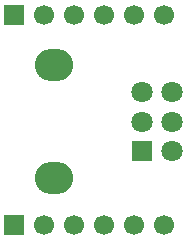
<source format=gbr>
%TF.GenerationSoftware,KiCad,Pcbnew,9.0.6*%
%TF.CreationDate,2025-12-17T11:34:44-05:00*%
%TF.ProjectId,lichen-breadboard-alpha-pot-dual-adaptor,6c696368-656e-42d6-9272-656164626f61,rev?*%
%TF.SameCoordinates,Original*%
%TF.FileFunction,Soldermask,Top*%
%TF.FilePolarity,Negative*%
%FSLAX46Y46*%
G04 Gerber Fmt 4.6, Leading zero omitted, Abs format (unit mm)*
G04 Created by KiCad (PCBNEW 9.0.6) date 2025-12-17 11:34:44*
%MOMM*%
%LPD*%
G01*
G04 APERTURE LIST*
%ADD10O,3.240000X2.720000*%
%ADD11R,1.800000X1.800000*%
%ADD12C,1.800000*%
%ADD13R,1.700000X1.700000*%
%ADD14C,1.700000*%
G04 APERTURE END LIST*
D10*
%TO.C,RV2*%
X105460000Y-115860000D03*
X105460000Y-106360000D03*
D11*
X112960000Y-113610000D03*
D12*
X112960000Y-111110000D03*
X112960000Y-108610000D03*
X115460000Y-113610000D03*
X115460000Y-111110000D03*
X115460000Y-108610000D03*
%TD*%
D13*
%TO.C,J4*%
X102130000Y-119890000D03*
D14*
X104670000Y-119890000D03*
X107210000Y-119890000D03*
X109750000Y-119890000D03*
X112290000Y-119890000D03*
X114830000Y-119890000D03*
%TD*%
D13*
%TO.C,J1*%
X102130000Y-102110000D03*
D14*
X104670000Y-102110000D03*
X107210000Y-102110000D03*
X109750000Y-102110000D03*
X112290000Y-102110000D03*
X114830000Y-102110000D03*
%TD*%
M02*

</source>
